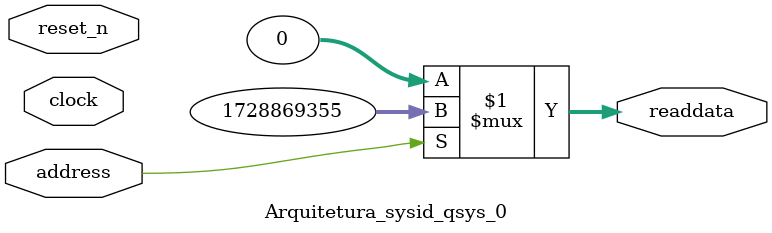
<source format=v>



// synthesis translate_off
`timescale 1ns / 1ps
// synthesis translate_on

// turn off superfluous verilog processor warnings 
// altera message_level Level1 
// altera message_off 10034 10035 10036 10037 10230 10240 10030 

module Arquitetura_sysid_qsys_0 (
               // inputs:
                address,
                clock,
                reset_n,

               // outputs:
                readdata
             )
;

  output  [ 31: 0] readdata;
  input            address;
  input            clock;
  input            reset_n;

  wire    [ 31: 0] readdata;
  //control_slave, which is an e_avalon_slave
  assign readdata = address ? 1728869355 : 0;

endmodule



</source>
